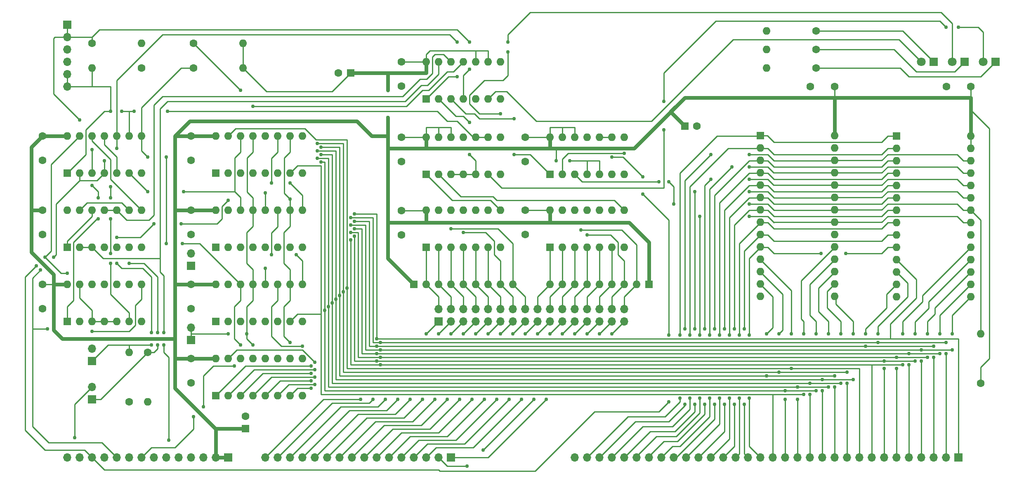
<source format=gtl>
G04 #@! TF.GenerationSoftware,KiCad,Pcbnew,(7.0.0)*
G04 #@! TF.CreationDate,2024-03-28T20:27:28-07:00*
G04 #@! TF.ProjectId,rom_counter,726f6d5f-636f-4756-9e74-65722e6b6963,rev?*
G04 #@! TF.SameCoordinates,Original*
G04 #@! TF.FileFunction,Copper,L1,Top*
G04 #@! TF.FilePolarity,Positive*
%FSLAX46Y46*%
G04 Gerber Fmt 4.6, Leading zero omitted, Abs format (unit mm)*
G04 Created by KiCad (PCBNEW (7.0.0)) date 2024-03-28 20:27:28*
%MOMM*%
%LPD*%
G01*
G04 APERTURE LIST*
G04 #@! TA.AperFunction,ComponentPad*
%ADD10R,1.600000X1.600000*%
G04 #@! TD*
G04 #@! TA.AperFunction,ComponentPad*
%ADD11O,1.600000X1.600000*%
G04 #@! TD*
G04 #@! TA.AperFunction,ComponentPad*
%ADD12R,1.700000X1.700000*%
G04 #@! TD*
G04 #@! TA.AperFunction,ComponentPad*
%ADD13O,1.700000X1.700000*%
G04 #@! TD*
G04 #@! TA.AperFunction,ComponentPad*
%ADD14C,1.600000*%
G04 #@! TD*
G04 #@! TA.AperFunction,ComponentPad*
%ADD15R,1.800000X1.800000*%
G04 #@! TD*
G04 #@! TA.AperFunction,ComponentPad*
%ADD16C,1.800000*%
G04 #@! TD*
G04 #@! TA.AperFunction,ViaPad*
%ADD17C,0.762000*%
G04 #@! TD*
G04 #@! TA.AperFunction,Conductor*
%ADD18C,0.762000*%
G04 #@! TD*
G04 #@! TA.AperFunction,Conductor*
%ADD19C,0.254000*%
G04 #@! TD*
G04 APERTURE END LIST*
D10*
X60959999Y-116839999D03*
D11*
X63499999Y-116839999D03*
X66039999Y-116839999D03*
X68579999Y-116839999D03*
X71119999Y-116839999D03*
X73659999Y-116839999D03*
X76199999Y-116839999D03*
X76199999Y-109219999D03*
X73659999Y-109219999D03*
X71119999Y-109219999D03*
X68579999Y-109219999D03*
X66039999Y-109219999D03*
X63499999Y-109219999D03*
X60959999Y-109219999D03*
D12*
X139699999Y-144779999D03*
D13*
X137159999Y-144779999D03*
X134619999Y-144779999D03*
X132079999Y-144779999D03*
X129539999Y-144779999D03*
X126999999Y-144779999D03*
X124459999Y-144779999D03*
X121919999Y-144779999D03*
X119379999Y-144779999D03*
X116839999Y-144779999D03*
X114299999Y-144779999D03*
X111759999Y-144779999D03*
X109219999Y-144779999D03*
X106679999Y-144779999D03*
X104139999Y-144779999D03*
X101599999Y-144779999D03*
D10*
X119125999Y-65785999D03*
D14*
X116626000Y-65786000D03*
D10*
X180339999Y-109219999D03*
D11*
X177799999Y-109219999D03*
X175259999Y-109219999D03*
X172719999Y-109219999D03*
X170179999Y-109219999D03*
X167639999Y-109219999D03*
X165099999Y-109219999D03*
X162559999Y-109219999D03*
X160019999Y-109219999D03*
D14*
X248412000Y-129540000D03*
D11*
X248411999Y-119379999D03*
D12*
X137159999Y-116839999D03*
D13*
X137159999Y-114299999D03*
X139699999Y-116839999D03*
X139699999Y-114299999D03*
X142239999Y-116839999D03*
X142239999Y-114299999D03*
X144779999Y-116839999D03*
X144779999Y-114299999D03*
X147319999Y-116839999D03*
X147319999Y-114299999D03*
X149859999Y-116839999D03*
X149859999Y-114299999D03*
X152399999Y-116839999D03*
X152399999Y-114299999D03*
X154939999Y-116839999D03*
X154939999Y-114299999D03*
X157479999Y-116839999D03*
X157479999Y-114299999D03*
X160019999Y-116839999D03*
X160019999Y-114299999D03*
X162559999Y-116839999D03*
X162559999Y-114299999D03*
X165099999Y-116839999D03*
X165099999Y-114299999D03*
X167639999Y-116839999D03*
X167639999Y-114299999D03*
X170179999Y-116839999D03*
X170179999Y-114299999D03*
X172719999Y-116839999D03*
X172719999Y-114299999D03*
X175259999Y-116839999D03*
X175259999Y-114299999D03*
D10*
X231139999Y-78739999D03*
D11*
X231139999Y-81279999D03*
X231139999Y-83819999D03*
X231139999Y-86359999D03*
X231139999Y-88899999D03*
X231139999Y-91439999D03*
X231139999Y-93979999D03*
X231139999Y-96519999D03*
X231139999Y-99059999D03*
X231139999Y-101599999D03*
X231139999Y-104139999D03*
X231139999Y-106679999D03*
X231139999Y-109219999D03*
X231139999Y-111759999D03*
X246379999Y-111759999D03*
X246379999Y-109219999D03*
X246379999Y-106679999D03*
X246379999Y-104139999D03*
X246379999Y-101599999D03*
X246379999Y-99059999D03*
X246379999Y-96519999D03*
X246379999Y-93979999D03*
X246379999Y-91439999D03*
X246379999Y-88899999D03*
X246379999Y-86359999D03*
X246379999Y-83819999D03*
X246379999Y-81279999D03*
X246379999Y-78739999D03*
D12*
X86359999Y-120649999D03*
D13*
X86359999Y-118109999D03*
D14*
X86360000Y-129460000D03*
X86360000Y-124460000D03*
D12*
X66039999Y-132841999D03*
D13*
X66039999Y-130301999D03*
D12*
X86359999Y-105409999D03*
D13*
X86359999Y-102869999D03*
D10*
X160019999Y-86613999D03*
D11*
X162559999Y-86613999D03*
X165099999Y-86613999D03*
X167639999Y-86613999D03*
X170179999Y-86613999D03*
X172719999Y-86613999D03*
X175259999Y-86613999D03*
X175259999Y-78993999D03*
X172719999Y-78993999D03*
X170179999Y-78993999D03*
X167639999Y-78993999D03*
X165099999Y-78993999D03*
X162559999Y-78993999D03*
X160019999Y-78993999D03*
D10*
X134619999Y-86613999D03*
D11*
X137159999Y-86613999D03*
X139699999Y-86613999D03*
X142239999Y-86613999D03*
X144779999Y-86613999D03*
X147319999Y-86613999D03*
X149859999Y-86613999D03*
X149859999Y-78993999D03*
X147319999Y-78993999D03*
X144779999Y-78993999D03*
X142239999Y-78993999D03*
X139699999Y-78993999D03*
X137159999Y-78993999D03*
X134619999Y-78993999D03*
D14*
X154940000Y-83994000D03*
X154940000Y-78994000D03*
X55880000Y-83740000D03*
X55880000Y-78740000D03*
X213440000Y-68580000D03*
X218440000Y-68580000D03*
X73660000Y-133350000D03*
D11*
X73659999Y-123189999D03*
D15*
X245109999Y-63499999D03*
D16*
X242570000Y-63500000D03*
D10*
X91439999Y-101599999D03*
D11*
X93979999Y-101599999D03*
X96519999Y-101599999D03*
X99059999Y-101599999D03*
X101599999Y-101599999D03*
X104139999Y-101599999D03*
X106679999Y-101599999D03*
X109219999Y-101599999D03*
X109219999Y-93979999D03*
X106679999Y-93979999D03*
X104139999Y-93979999D03*
X101599999Y-93979999D03*
X99059999Y-93979999D03*
X96519999Y-93979999D03*
X93979999Y-93979999D03*
X91439999Y-93979999D03*
D10*
X160019999Y-101599999D03*
D11*
X162559999Y-101599999D03*
X165099999Y-101599999D03*
X167639999Y-101599999D03*
X170179999Y-101599999D03*
X172719999Y-101599999D03*
X175259999Y-101599999D03*
X175259999Y-93979999D03*
X172719999Y-93979999D03*
X170179999Y-93979999D03*
X167639999Y-93979999D03*
X165099999Y-93979999D03*
X162559999Y-93979999D03*
X160019999Y-93979999D03*
D14*
X86868000Y-64770000D03*
D11*
X97027999Y-64769999D03*
D10*
X60959999Y-86359999D03*
D11*
X63499999Y-86359999D03*
X66039999Y-86359999D03*
X68579999Y-86359999D03*
X71119999Y-86359999D03*
X73659999Y-86359999D03*
X76199999Y-86359999D03*
X76199999Y-78739999D03*
X73659999Y-78739999D03*
X71119999Y-78739999D03*
X68579999Y-78739999D03*
X66039999Y-78739999D03*
X63499999Y-78739999D03*
X60959999Y-78739999D03*
D10*
X60959999Y-101599999D03*
D11*
X63499999Y-101599999D03*
X66039999Y-101599999D03*
X68579999Y-101599999D03*
X71119999Y-101599999D03*
X73659999Y-101599999D03*
X76199999Y-101599999D03*
X76199999Y-93979999D03*
X73659999Y-93979999D03*
X71119999Y-93979999D03*
X68579999Y-93979999D03*
X66039999Y-93979999D03*
X63499999Y-93979999D03*
X60959999Y-93979999D03*
D10*
X91439999Y-116839999D03*
D11*
X93979999Y-116839999D03*
X96519999Y-116839999D03*
X99059999Y-116839999D03*
X101599999Y-116839999D03*
X104139999Y-116839999D03*
X106679999Y-116839999D03*
X109219999Y-116839999D03*
X109219999Y-109219999D03*
X106679999Y-109219999D03*
X104139999Y-109219999D03*
X101599999Y-109219999D03*
X99059999Y-109219999D03*
X96519999Y-109219999D03*
X93979999Y-109219999D03*
X91439999Y-109219999D03*
D14*
X129540000Y-68500000D03*
X129540000Y-63500000D03*
X55880000Y-98980000D03*
X55880000Y-93980000D03*
D10*
X97535999Y-138850379D03*
D14*
X97536000Y-136350380D03*
D15*
X251459999Y-63499999D03*
D16*
X248920000Y-63500000D03*
D14*
X214630000Y-64770000D03*
D11*
X204469999Y-64769999D03*
D10*
X91439999Y-132079999D03*
D11*
X93979999Y-132079999D03*
X96519999Y-132079999D03*
X99059999Y-132079999D03*
X101599999Y-132079999D03*
X104139999Y-132079999D03*
X106679999Y-132079999D03*
X109219999Y-132079999D03*
X109219999Y-124459999D03*
X106679999Y-124459999D03*
X104139999Y-124459999D03*
X101599999Y-124459999D03*
X99059999Y-124459999D03*
X96519999Y-124459999D03*
X93979999Y-124459999D03*
X91439999Y-124459999D03*
D14*
X154940000Y-98980000D03*
X154940000Y-93980000D03*
X86868000Y-59690000D03*
D11*
X97027999Y-59689999D03*
D12*
X60959999Y-55879999D03*
D13*
X60959999Y-58419999D03*
X60959999Y-60959999D03*
X60959999Y-63499999D03*
X60959999Y-66039999D03*
X60959999Y-68579999D03*
D10*
X134619999Y-71119999D03*
D11*
X137159999Y-71119999D03*
X139699999Y-71119999D03*
X142239999Y-71119999D03*
X144779999Y-71119999D03*
X147319999Y-71119999D03*
X149859999Y-71119999D03*
X149859999Y-63499999D03*
X147319999Y-63499999D03*
X144779999Y-63499999D03*
X142239999Y-63499999D03*
X139699999Y-63499999D03*
X137159999Y-63499999D03*
X134619999Y-63499999D03*
D14*
X77470000Y-123190000D03*
D11*
X77469999Y-133349999D03*
D14*
X86360000Y-98980000D03*
X86360000Y-93980000D03*
X76200000Y-64770000D03*
D11*
X66039999Y-64769999D03*
D14*
X66040000Y-59690000D03*
D11*
X76199999Y-59689999D03*
D12*
X66039999Y-124967999D03*
D13*
X66039999Y-122427999D03*
D14*
X129540000Y-78994000D03*
X129540000Y-83994000D03*
X55880000Y-114220000D03*
X55880000Y-109220000D03*
D10*
X187705999Y-76707999D03*
D14*
X190206000Y-76708000D03*
X129540000Y-94060000D03*
X129540000Y-99060000D03*
D15*
X238759999Y-63499999D03*
D16*
X236220000Y-63500000D03*
D14*
X214630000Y-57150000D03*
D11*
X204469999Y-57149999D03*
D14*
X214630000Y-60960000D03*
D11*
X204469999Y-60959999D03*
D10*
X134619999Y-101599999D03*
D11*
X137159999Y-101599999D03*
X139699999Y-101599999D03*
X142239999Y-101599999D03*
X144779999Y-101599999D03*
X147319999Y-101599999D03*
X149859999Y-101599999D03*
X149859999Y-93979999D03*
X147319999Y-93979999D03*
X144779999Y-93979999D03*
X142239999Y-93979999D03*
X139699999Y-93979999D03*
X137159999Y-93979999D03*
X134619999Y-93979999D03*
D10*
X91439999Y-86359999D03*
D11*
X93979999Y-86359999D03*
X96519999Y-86359999D03*
X99059999Y-86359999D03*
X101599999Y-86359999D03*
X104139999Y-86359999D03*
X106679999Y-86359999D03*
X109219999Y-86359999D03*
X109219999Y-78739999D03*
X106679999Y-78739999D03*
X104139999Y-78739999D03*
X101599999Y-78739999D03*
X99059999Y-78739999D03*
X96519999Y-78739999D03*
X93979999Y-78739999D03*
X91439999Y-78739999D03*
D12*
X243839999Y-144779999D03*
D13*
X241299999Y-144779999D03*
X238759999Y-144779999D03*
X236219999Y-144779999D03*
X233679999Y-144779999D03*
X231139999Y-144779999D03*
X228599999Y-144779999D03*
X226059999Y-144779999D03*
X223519999Y-144779999D03*
X220979999Y-144779999D03*
X218439999Y-144779999D03*
X215899999Y-144779999D03*
X213359999Y-144779999D03*
X210819999Y-144779999D03*
X208279999Y-144779999D03*
X205739999Y-144779999D03*
X203199999Y-144779999D03*
X200659999Y-144779999D03*
X198119999Y-144779999D03*
X195579999Y-144779999D03*
X193039999Y-144779999D03*
X190499999Y-144779999D03*
X187959999Y-144779999D03*
X185419999Y-144779999D03*
X182879999Y-144779999D03*
X180339999Y-144779999D03*
X177799999Y-144779999D03*
X175259999Y-144779999D03*
X172719999Y-144779999D03*
X170179999Y-144779999D03*
X167639999Y-144779999D03*
X165099999Y-144779999D03*
D10*
X132079999Y-109219999D03*
D11*
X134619999Y-109219999D03*
X137159999Y-109219999D03*
X139699999Y-109219999D03*
X142239999Y-109219999D03*
X144779999Y-109219999D03*
X147319999Y-109219999D03*
X149859999Y-109219999D03*
X152399999Y-109219999D03*
D12*
X93979999Y-144779999D03*
D13*
X91439999Y-144779999D03*
X88899999Y-144779999D03*
X86359999Y-144779999D03*
X83819999Y-144779999D03*
X81279999Y-144779999D03*
X78739999Y-144779999D03*
X76199999Y-144779999D03*
X73659999Y-144779999D03*
X71119999Y-144779999D03*
X68579999Y-144779999D03*
X66039999Y-144779999D03*
X63499999Y-144779999D03*
X60959999Y-144779999D03*
D14*
X86360000Y-83740000D03*
X86360000Y-78740000D03*
X86360000Y-114220000D03*
X86360000Y-109220000D03*
X241380000Y-68580000D03*
X246380000Y-68580000D03*
D10*
X203194999Y-78724999D03*
D11*
X203194999Y-81264999D03*
X203194999Y-83804999D03*
X203194999Y-86344999D03*
X203194999Y-88884999D03*
X203194999Y-91424999D03*
X203194999Y-93964999D03*
X203194999Y-96504999D03*
X203194999Y-99044999D03*
X203194999Y-101584999D03*
X203194999Y-104124999D03*
X203194999Y-106664999D03*
X203194999Y-109204999D03*
X203194999Y-111744999D03*
X218434999Y-111744999D03*
X218434999Y-109204999D03*
X218434999Y-106664999D03*
X218434999Y-104124999D03*
X218434999Y-101584999D03*
X218434999Y-99044999D03*
X218434999Y-96504999D03*
X218434999Y-93964999D03*
X218434999Y-91424999D03*
X218434999Y-88884999D03*
X218434999Y-86344999D03*
X218434999Y-83804999D03*
X218434999Y-81264999D03*
X218434999Y-78724999D03*
D17*
X161290000Y-83820000D03*
X126746000Y-76454000D03*
X164084000Y-83820000D03*
X126746000Y-67818000D03*
X126746000Y-69342000D03*
X126746000Y-74930000D03*
X101600000Y-90424000D03*
X101600000Y-105918000D03*
X124460000Y-120396000D03*
X111760000Y-125222000D03*
X119888000Y-94742000D03*
X241300000Y-121158000D03*
X227330000Y-121158000D03*
X227330000Y-119380000D03*
X110998000Y-125984000D03*
X241300000Y-123444000D03*
X119126000Y-95504000D03*
X125222000Y-121158000D03*
X224790000Y-121920000D03*
X238760000Y-124206000D03*
X111760000Y-126746000D03*
X224790000Y-119380000D03*
X119888000Y-96266000D03*
X124460000Y-121920000D03*
X238760000Y-121920000D03*
X236220000Y-122682000D03*
X242570000Y-122682000D03*
X119126000Y-97028000D03*
X110998000Y-127508000D03*
X125222000Y-122682000D03*
X236220000Y-124968000D03*
X242570000Y-119380000D03*
X119888000Y-97790000D03*
X240030000Y-123444000D03*
X124460000Y-123444000D03*
X233680000Y-123444000D03*
X233680000Y-125730000D03*
X240030000Y-119380000D03*
X111760000Y-128270000D03*
X119126000Y-98552000D03*
X231140000Y-126492000D03*
X237490000Y-119380000D03*
X231140000Y-124206000D03*
X237490000Y-124206000D03*
X125222000Y-124206000D03*
X110998000Y-129032000D03*
X228600000Y-124968000D03*
X124460000Y-124968000D03*
X234950000Y-124968000D03*
X111760000Y-129794000D03*
X119888000Y-99314000D03*
X228600000Y-126492000D03*
X234950000Y-119380000D03*
X110998000Y-130556000D03*
X119126000Y-100076000D03*
X125222000Y-125730000D03*
X232410000Y-119380000D03*
X232410000Y-125730000D03*
X209550000Y-126492000D03*
X118364000Y-109982000D03*
X209550000Y-119380000D03*
X207010000Y-119380000D03*
X220980000Y-129540000D03*
X117602000Y-110744000D03*
X112268000Y-80264000D03*
X207010000Y-127254000D03*
X220980000Y-127254000D03*
X204470000Y-128016000D03*
X204470000Y-119380000D03*
X116840000Y-111506000D03*
X113030000Y-81026000D03*
X218440000Y-128016000D03*
X218440000Y-130302000D03*
X222250000Y-119380000D03*
X215900000Y-131064000D03*
X215900000Y-128778000D03*
X112268000Y-81788000D03*
X116078000Y-112268000D03*
X222250000Y-128778000D03*
X213360000Y-129540000D03*
X219710000Y-129540000D03*
X113030000Y-82550000D03*
X213360000Y-131826000D03*
X219710000Y-119380000D03*
X115316000Y-113030000D03*
X112268000Y-83312000D03*
X217170000Y-119380000D03*
X217170000Y-130302000D03*
X210820000Y-130302000D03*
X210820000Y-132842000D03*
X114554000Y-113792000D03*
X113030000Y-84074000D03*
X208280000Y-131064000D03*
X214630000Y-119380000D03*
X113792000Y-114554000D03*
X208280000Y-132842000D03*
X214630000Y-131064000D03*
X212090000Y-131826000D03*
X212090000Y-119380000D03*
X200914000Y-132588000D03*
X215646000Y-102870000D03*
X220726000Y-102870000D03*
X200914000Y-119634000D03*
X199898000Y-118364000D03*
X199898000Y-133858000D03*
X198882000Y-132588000D03*
X198882000Y-119634000D03*
X197866000Y-118364000D03*
X197866000Y-133858000D03*
X196850000Y-119634000D03*
X196850000Y-132588000D03*
X195834000Y-133858000D03*
X195834000Y-118364000D03*
X194818000Y-132588000D03*
X194818000Y-119634000D03*
X193802000Y-118364000D03*
X193802000Y-133858000D03*
X197358000Y-85090000D03*
X200914000Y-85090000D03*
X192786000Y-119634000D03*
X192786000Y-132588000D03*
X191770000Y-118364000D03*
X191770000Y-133858000D03*
X193040000Y-87630000D03*
X200914000Y-87630000D03*
X190754000Y-132588000D03*
X200914000Y-95250000D03*
X190754000Y-119634000D03*
X190754000Y-95250000D03*
X200914000Y-90170000D03*
X189738000Y-118364000D03*
X189738000Y-133858000D03*
X189738000Y-90170000D03*
X188722000Y-132588000D03*
X188722000Y-119634000D03*
X200914000Y-82550000D03*
X187706000Y-118364000D03*
X187706500Y-133858000D03*
X193040000Y-82550000D03*
X186690000Y-132588000D03*
X186690000Y-119634000D03*
X151384000Y-59436000D03*
X151384000Y-61468000D03*
X149860000Y-74168000D03*
X241300000Y-56388000D03*
X183388000Y-71628000D03*
X243840000Y-56388000D03*
X183388000Y-77470000D03*
X81788000Y-141224000D03*
X80772000Y-119126000D03*
X80772000Y-121666000D03*
X172720000Y-119380000D03*
X159258000Y-132842000D03*
X156718000Y-132842000D03*
X170180000Y-119380000D03*
X146304000Y-143256000D03*
X143002000Y-146558000D03*
X154178000Y-132842000D03*
X167640000Y-119380000D03*
X165100000Y-119380000D03*
X151638000Y-132842000D03*
X149098000Y-132842000D03*
X162560000Y-119380000D03*
X146558000Y-132842000D03*
X160020000Y-119380000D03*
X157480000Y-119380000D03*
X144018000Y-132842000D03*
X141478000Y-132842000D03*
X154940000Y-119380000D03*
X138938000Y-132842000D03*
X152400000Y-119380000D03*
X149860000Y-119380000D03*
X136398000Y-132842000D03*
X133858000Y-132842000D03*
X147320000Y-119380000D03*
X131318000Y-132842000D03*
X144780000Y-119380000D03*
X128778000Y-132842000D03*
X142240000Y-119380000D03*
X139700000Y-119380000D03*
X126238000Y-132842000D03*
X137160000Y-119380000D03*
X123698000Y-132842000D03*
X121158000Y-132842000D03*
X134620000Y-119380000D03*
X95250000Y-125984000D03*
X86868000Y-136398000D03*
X88900000Y-134366000D03*
X62484000Y-140716000D03*
X142240000Y-98552000D03*
X139700000Y-97790000D03*
X167640000Y-99060000D03*
X166370000Y-98044000D03*
X56388000Y-103632000D03*
X179070000Y-87122000D03*
X54610000Y-105410000D03*
X60960000Y-106934000D03*
X172720000Y-83058000D03*
X184404000Y-119634000D03*
X184404000Y-133350000D03*
X179070000Y-90678000D03*
X67310000Y-91440000D03*
X63500000Y-75438000D03*
X66040000Y-81534000D03*
X66040000Y-88900000D03*
X67310000Y-95758000D03*
X143510000Y-59436000D03*
X143510000Y-65024000D03*
X81534000Y-73660000D03*
X74676000Y-73660000D03*
X72136000Y-73660000D03*
X69850000Y-73660000D03*
X84328000Y-96774000D03*
X106680000Y-121158000D03*
X93980000Y-91948000D03*
X78740000Y-96774000D03*
X71120000Y-99568000D03*
X106680000Y-91694000D03*
X81280000Y-100838000D03*
X81280000Y-83058000D03*
X84582000Y-100838000D03*
X77470000Y-83058000D03*
X96520000Y-121666000D03*
X96520000Y-69342000D03*
X84836000Y-90170000D03*
X77470000Y-90170000D03*
X93980000Y-119380000D03*
X99060000Y-121666000D03*
X97790000Y-119380000D03*
X99060000Y-72644000D03*
X175260000Y-82296000D03*
X109220000Y-121920000D03*
X79502000Y-121666000D03*
X79502000Y-119126000D03*
X73660000Y-104902000D03*
X68580000Y-83820000D03*
X140970000Y-59436000D03*
X55499000Y-106299000D03*
X140970000Y-66548000D03*
X56896000Y-118364000D03*
X71120000Y-81280000D03*
X58166000Y-103632000D03*
X102870000Y-103124000D03*
X107950000Y-103124000D03*
X78232000Y-119126000D03*
X78232000Y-121666000D03*
X71120000Y-104902000D03*
X184404000Y-88138000D03*
X182372000Y-88138000D03*
X200914000Y-92710000D03*
X185420000Y-92710000D03*
X143510000Y-82550000D03*
X143510000Y-75946000D03*
X102870000Y-88392000D03*
X106680000Y-88392000D03*
X69850000Y-95758000D03*
X69850000Y-91440000D03*
X69850000Y-102870000D03*
X69850000Y-89154000D03*
X69850000Y-104902000D03*
X66040000Y-118872000D03*
X152654000Y-75184000D03*
X152654000Y-82550000D03*
D18*
X160020000Y-81280000D02*
X160020000Y-78994000D01*
D19*
X134620000Y-76962000D02*
X137160000Y-76962000D01*
X55880000Y-109220000D02*
X58166000Y-109220000D01*
D18*
X91527620Y-138850380D02*
X97536000Y-138850380D01*
X126746000Y-65786000D02*
X134620000Y-65786000D01*
D19*
X170180000Y-86614000D02*
X170180000Y-83820000D01*
X250190000Y-124460000D02*
X250190000Y-77216000D01*
X101854000Y-69596000D02*
X115316000Y-69596000D01*
D18*
X83058000Y-93980000D02*
X91440000Y-93980000D01*
D19*
X147320000Y-61214000D02*
X147320000Y-63500000D01*
D18*
X83058000Y-109220000D02*
X83058000Y-105410000D01*
X53594000Y-102616000D02*
X58166000Y-107188000D01*
X134620000Y-81280000D02*
X160020000Y-81280000D01*
X184785000Y-73787000D02*
X187706000Y-76708000D01*
D19*
X250190000Y-77216000D02*
X246380000Y-73406000D01*
D18*
X246380000Y-73406000D02*
X246380000Y-78740000D01*
X86106000Y-75692000D02*
X120396000Y-75692000D01*
X59944000Y-120396000D02*
X83058000Y-120396000D01*
D19*
X115316000Y-69596000D02*
X119126000Y-65786000D01*
X134540000Y-94060000D02*
X134620000Y-93980000D01*
X154940000Y-78994000D02*
X160020000Y-78994000D01*
X137160000Y-78994000D02*
X137160000Y-76962000D01*
D18*
X55880000Y-78740000D02*
X60960000Y-78740000D01*
X53594000Y-93980000D02*
X55880000Y-93980000D01*
X83058000Y-109220000D02*
X91440000Y-109220000D01*
X134620000Y-81280000D02*
X134620000Y-80010000D01*
X123444000Y-78740000D02*
X126746000Y-78740000D01*
X91440000Y-144780000D02*
X91440000Y-138938000D01*
X160020000Y-96520000D02*
X176276000Y-96520000D01*
X134620000Y-80010000D02*
X134620000Y-78994000D01*
X53594000Y-93980000D02*
X53594000Y-102616000D01*
D19*
X218440000Y-68580000D02*
X218440000Y-70866000D01*
D18*
X83058000Y-78740000D02*
X91440000Y-78740000D01*
D19*
X246380000Y-81280000D02*
X246380000Y-78740000D01*
D18*
X58166000Y-109220000D02*
X58166000Y-118618000D01*
X177292000Y-81280000D02*
X187706000Y-70866000D01*
X120396000Y-75692000D02*
X123444000Y-78740000D01*
D19*
X97028000Y-64770000D02*
X101854000Y-69596000D01*
X134620000Y-78994000D02*
X134620000Y-76962000D01*
X160020000Y-78994000D02*
X160020000Y-76962000D01*
X129540000Y-78994000D02*
X134620000Y-78994000D01*
D18*
X180340000Y-100584000D02*
X180340000Y-109220000D01*
X126746000Y-67818000D02*
X126746000Y-65786000D01*
X126746000Y-96520000D02*
X134620000Y-96520000D01*
D19*
X134620000Y-63500000D02*
X134620000Y-61976000D01*
D18*
X83058000Y-130556000D02*
X83058000Y-124460000D01*
D19*
X248412000Y-129540000D02*
X248412000Y-126238000D01*
X137160000Y-76962000D02*
X139700000Y-76962000D01*
D18*
X126746000Y-76454000D02*
X126746000Y-103886000D01*
D19*
X129540000Y-63500000D02*
X134620000Y-63500000D01*
X170180000Y-83820000D02*
X167640000Y-83820000D01*
D18*
X87757000Y-135255000D02*
X83058000Y-130556000D01*
X126746000Y-65786000D02*
X119126000Y-65786000D01*
X246380000Y-70866000D02*
X246380000Y-73406000D01*
D19*
X129540000Y-94060000D02*
X134540000Y-94060000D01*
X167640000Y-83820000D02*
X167640000Y-86614000D01*
D18*
X160020000Y-96520000D02*
X160020000Y-93980000D01*
X58166000Y-109220000D02*
X60960000Y-109220000D01*
X127000000Y-81280000D02*
X134620000Y-81280000D01*
X187706000Y-70866000D02*
X184785000Y-73787000D01*
X160020000Y-81280000D02*
X161290000Y-81280000D01*
D19*
X246380000Y-68580000D02*
X246380000Y-70866000D01*
D18*
X83058000Y-124460000D02*
X83058000Y-120396000D01*
X187706000Y-70866000D02*
X193040000Y-70866000D01*
D19*
X144780000Y-63500000D02*
X144780000Y-61214000D01*
X165100000Y-76962000D02*
X165100000Y-78994000D01*
X162560000Y-78994000D02*
X162560000Y-76962000D01*
X154940000Y-93980000D02*
X160020000Y-93980000D01*
X162560000Y-76962000D02*
X165100000Y-76962000D01*
D18*
X91440000Y-138938000D02*
X87757000Y-135255000D01*
D19*
X248412000Y-126238000D02*
X250190000Y-124460000D01*
D18*
X161290000Y-81280000D02*
X177292000Y-81280000D01*
D19*
X135382000Y-61214000D02*
X144780000Y-61214000D01*
X139700000Y-76962000D02*
X139700000Y-78994000D01*
D18*
X218440000Y-70866000D02*
X246380000Y-70866000D01*
D19*
X144780000Y-61214000D02*
X147320000Y-61214000D01*
D18*
X83058000Y-124460000D02*
X91440000Y-124460000D01*
X218440000Y-70866000D02*
X218440000Y-78740000D01*
X126746000Y-103886000D02*
X132080000Y-109220000D01*
X53594000Y-93980000D02*
X53594000Y-81026000D01*
X83058000Y-78740000D02*
X86106000Y-75692000D01*
X83058000Y-93980000D02*
X83058000Y-78740000D01*
X83058000Y-105410000D02*
X83058000Y-93980000D01*
X134620000Y-65786000D02*
X134620000Y-63500000D01*
X134620000Y-96520000D02*
X160020000Y-96520000D01*
D19*
X167640000Y-83820000D02*
X164084000Y-83820000D01*
X134620000Y-61976000D02*
X135382000Y-61214000D01*
X161290000Y-83820000D02*
X161290000Y-81280000D01*
D18*
X91440000Y-138938000D02*
X91527620Y-138850380D01*
X91440000Y-144780000D02*
X93980000Y-144780000D01*
X53594000Y-81026000D02*
X55880000Y-78740000D01*
X126746000Y-69342000D02*
X126746000Y-67818000D01*
X176276000Y-96520000D02*
X180340000Y-100584000D01*
D19*
X160020000Y-76962000D02*
X162560000Y-76962000D01*
D18*
X58166000Y-118618000D02*
X59944000Y-120396000D01*
X134620000Y-96520000D02*
X134620000Y-93980000D01*
X193040000Y-70866000D02*
X218440000Y-70866000D01*
X83058000Y-120396000D02*
X83058000Y-109220000D01*
X126746000Y-76454000D02*
X126746000Y-74930000D01*
X58166000Y-107188000D02*
X58166000Y-109220000D01*
D19*
X97028000Y-59690000D02*
X97028000Y-64770000D01*
X101600000Y-105918000D02*
X101600000Y-109220000D01*
X101600000Y-90424000D02*
X101600000Y-93980000D01*
X243840000Y-120396000D02*
X243840000Y-144780000D01*
X124460000Y-120396000D02*
X124460000Y-94742000D01*
X229870000Y-117348000D02*
X235204000Y-112014000D01*
X235204000Y-112014000D02*
X235204000Y-108204000D01*
X229870000Y-120396000D02*
X229870000Y-117348000D01*
X109220000Y-122682000D02*
X95758000Y-122682000D01*
X235204000Y-108204000D02*
X231140000Y-104140000D01*
X95758000Y-122682000D02*
X93980000Y-124460000D01*
X111760000Y-125222000D02*
X109220000Y-122682000D01*
X124460000Y-120396000D02*
X243840000Y-120396000D01*
X124460000Y-94742000D02*
X119888000Y-94742000D01*
X227330000Y-119380000D02*
X227330000Y-117856000D01*
X207010000Y-121158000D02*
X125222000Y-121158000D01*
X233426000Y-108966000D02*
X231140000Y-106680000D01*
X227330000Y-117856000D02*
X233426000Y-111760000D01*
X91440000Y-132080000D02*
X97536000Y-125984000D01*
X123698000Y-121158000D02*
X123698000Y-95504000D01*
X97536000Y-125984000D02*
X110998000Y-125984000D01*
X123698000Y-95504000D02*
X119126000Y-95504000D01*
X125222000Y-121158000D02*
X123698000Y-121158000D01*
X227330000Y-121158000D02*
X207010000Y-121158000D01*
X241300000Y-121158000D02*
X227330000Y-121158000D01*
X241300000Y-144780000D02*
X241300000Y-123444000D01*
X233426000Y-111760000D02*
X233426000Y-108966000D01*
X238760000Y-121920000D02*
X204470000Y-121920000D01*
X122936000Y-96266000D02*
X119888000Y-96266000D01*
X229108000Y-111252000D02*
X231140000Y-109220000D01*
X224790000Y-119380000D02*
X224790000Y-118364000D01*
X124460000Y-121920000D02*
X122936000Y-121920000D01*
X224790000Y-118364000D02*
X229108000Y-114046000D01*
X93980000Y-132080000D02*
X99314000Y-126746000D01*
X238760000Y-144780000D02*
X238760000Y-124206000D01*
X204470000Y-121920000D02*
X124460000Y-121920000D01*
X99314000Y-126746000D02*
X111760000Y-126746000D01*
X122936000Y-121920000D02*
X122936000Y-96266000D01*
X229108000Y-114046000D02*
X229108000Y-111252000D01*
X96520000Y-132080000D02*
X101092000Y-127508000D01*
X101092000Y-127508000D02*
X110998000Y-127508000D01*
X236220000Y-144780000D02*
X236220000Y-124968000D01*
X242570000Y-115570000D02*
X242570000Y-119380000D01*
X122174000Y-122682000D02*
X122174000Y-97028000D01*
X236220000Y-122682000D02*
X125222000Y-122682000D01*
X242570000Y-122682000D02*
X236220000Y-122682000D01*
X122174000Y-97028000D02*
X119126000Y-97028000D01*
X125222000Y-122682000D02*
X122174000Y-122682000D01*
X246380000Y-111760000D02*
X242570000Y-115570000D01*
X240030000Y-123444000D02*
X233680000Y-123444000D01*
X240030000Y-115570000D02*
X246380000Y-109220000D01*
X99060000Y-132080000D02*
X102870000Y-128270000D01*
X121412000Y-97790000D02*
X119888000Y-97790000D01*
X233680000Y-144780000D02*
X233680000Y-125730000D01*
X124460000Y-123444000D02*
X121412000Y-123444000D01*
X233680000Y-123444000D02*
X124460000Y-123444000D01*
X102870000Y-128270000D02*
X111760000Y-128270000D01*
X121412000Y-123444000D02*
X121412000Y-97790000D01*
X240030000Y-119380000D02*
X240030000Y-115570000D01*
X231140000Y-124206000D02*
X237490000Y-124206000D01*
X231140000Y-144780000D02*
X231140000Y-126492000D01*
X120650000Y-124206000D02*
X120650000Y-98552000D01*
X101600000Y-132080000D02*
X104648000Y-129032000D01*
X239014000Y-114046000D02*
X246380000Y-106680000D01*
X125222000Y-124206000D02*
X231140000Y-124206000D01*
X237490000Y-119380000D02*
X237490000Y-116840000D01*
X104648000Y-129032000D02*
X110998000Y-129032000D01*
X237490000Y-116840000D02*
X239014000Y-115316000D01*
X120650000Y-98552000D02*
X119126000Y-98552000D01*
X239014000Y-115316000D02*
X239014000Y-114046000D01*
X125222000Y-124206000D02*
X120650000Y-124206000D01*
X237744000Y-112776000D02*
X246380000Y-104140000D01*
X234950000Y-124968000D02*
X228600000Y-124968000D01*
X106426000Y-129794000D02*
X111760000Y-129794000D01*
X214630500Y-124968000D02*
X214630000Y-124968500D01*
X234950000Y-116967000D02*
X237744000Y-114173000D01*
X214630000Y-124968500D02*
X214629500Y-124968000D01*
X237744000Y-114173000D02*
X237744000Y-112776000D01*
X228600000Y-144780000D02*
X228600000Y-126492000D01*
X228600000Y-124968000D02*
X214630500Y-124968000D01*
X119888000Y-124968000D02*
X119888000Y-99314000D01*
X214629500Y-124968000D02*
X124460000Y-124968000D01*
X104140000Y-132080000D02*
X106426000Y-129794000D01*
X124460000Y-124968000D02*
X119888000Y-124968000D01*
X234950000Y-119380000D02*
X234950000Y-116967000D01*
X232410000Y-116840000D02*
X236474000Y-112776000D01*
X232410000Y-119380000D02*
X232410000Y-116840000D01*
X236474000Y-112776000D02*
X236474000Y-111506000D01*
X106680000Y-132080000D02*
X108204000Y-130556000D01*
X226060000Y-144780000D02*
X226060000Y-125730000D01*
X125222000Y-125730000D02*
X119126000Y-125730000D01*
X232410000Y-125730000D02*
X125222000Y-125730000D01*
X108204000Y-130556000D02*
X110998000Y-130556000D01*
X119126000Y-125730000D02*
X119126000Y-100076000D01*
X236474000Y-111506000D02*
X246380000Y-101600000D01*
X223520000Y-126492000D02*
X209550000Y-126492000D01*
X203200000Y-104140000D02*
X209550000Y-110490000D01*
X95504000Y-77216000D02*
X109728000Y-77216000D01*
X112014000Y-79502000D02*
X109728000Y-77216000D01*
X223520000Y-144780000D02*
X223520000Y-126492000D01*
X118364000Y-126492000D02*
X209550000Y-126492000D01*
X118364000Y-79502000D02*
X118364000Y-126492000D01*
X209550000Y-110490000D02*
X209550000Y-119380000D01*
X112014000Y-79502000D02*
X118364000Y-79502000D01*
X93980000Y-78740000D02*
X95504000Y-77216000D01*
X207772000Y-111252000D02*
X203200000Y-106680000D01*
X112268000Y-80264000D02*
X117602000Y-80264000D01*
X207772000Y-118618000D02*
X207772000Y-111252000D01*
X117602000Y-127254000D02*
X117602000Y-110744000D01*
X220980000Y-127254000D02*
X117602000Y-127254000D01*
X220980000Y-144780000D02*
X220980000Y-129540000D01*
X207010000Y-119380000D02*
X207772000Y-118618000D01*
X117602000Y-80264000D02*
X117602000Y-110744000D01*
X205740000Y-118110000D02*
X205740000Y-111760000D01*
X113030000Y-81026000D02*
X116840000Y-81026000D01*
X218440000Y-144780000D02*
X218440000Y-130302000D01*
X116840000Y-111506000D02*
X116840000Y-128016000D01*
X205740000Y-111760000D02*
X203200000Y-109220000D01*
X204470000Y-119380000D02*
X205740000Y-118110000D01*
X116840000Y-128016000D02*
X218440000Y-128016000D01*
X116840000Y-81026000D02*
X116840000Y-111506000D01*
X218694000Y-112014000D02*
X218440000Y-111760000D01*
X215900000Y-128778000D02*
X116078000Y-128778000D01*
X116078000Y-128778000D02*
X116078000Y-112268000D01*
X116078000Y-81788000D02*
X116078000Y-112268000D01*
X218694000Y-111999000D02*
X218440000Y-111745000D01*
X222250000Y-119380000D02*
X222250000Y-116840000D01*
X215900000Y-144780000D02*
X215900000Y-131064000D01*
X112268000Y-81788000D02*
X116078000Y-81788000D01*
X218694000Y-113284000D02*
X218694000Y-112014000D01*
X222250000Y-116840000D02*
X218694000Y-113284000D01*
X215900000Y-128778000D02*
X222250000Y-128778000D01*
X216916000Y-114046000D02*
X216916000Y-110729000D01*
X113030000Y-82550000D02*
X115316000Y-82550000D01*
X115316000Y-113030000D02*
X115316000Y-129540000D01*
X219710000Y-116840000D02*
X216916000Y-114046000D01*
X115316000Y-129540000D02*
X213360000Y-129540000D01*
X219710000Y-119380000D02*
X219710000Y-116840000D01*
X213360000Y-144780000D02*
X213360000Y-131826000D01*
X115316000Y-82550000D02*
X115316000Y-113030000D01*
X213360000Y-129540000D02*
X219710000Y-129540000D01*
X216916000Y-110729000D02*
X218440000Y-109205000D01*
X215138000Y-114808000D02*
X215138000Y-109982000D01*
X215138000Y-109982000D02*
X218440000Y-106680000D01*
X114554000Y-83312000D02*
X114554000Y-113792000D01*
X210820000Y-130302000D02*
X217170000Y-130302000D01*
X114554000Y-130302000D02*
X210820000Y-130302000D01*
X210820000Y-144780000D02*
X210820000Y-132842000D01*
X114554000Y-113792000D02*
X114554000Y-130302000D01*
X217170000Y-116840000D02*
X215138000Y-114808000D01*
X217170000Y-119380000D02*
X217170000Y-116840000D01*
X112268000Y-83312000D02*
X114554000Y-83312000D01*
X214630000Y-116840000D02*
X213360000Y-115570000D01*
X208280000Y-131064000D02*
X214630000Y-131064000D01*
X113792000Y-114554000D02*
X113792000Y-131064000D01*
X113792000Y-84074000D02*
X113792000Y-114554000D01*
X213360000Y-109220000D02*
X218440000Y-104140000D01*
X214630000Y-119380000D02*
X214630000Y-116840000D01*
X113030000Y-84074000D02*
X113792000Y-84074000D01*
X208280000Y-144780000D02*
X208280000Y-132842000D01*
X113792000Y-131064000D02*
X208280000Y-131064000D01*
X213360000Y-115570000D02*
X213360000Y-109220000D01*
X113030000Y-131826000D02*
X113030000Y-129032000D01*
X212090000Y-119380000D02*
X212090000Y-116840000D01*
X108204000Y-115316000D02*
X113030000Y-115316000D01*
X113030000Y-115316000D02*
X113030000Y-84836000D01*
X205740000Y-131826000D02*
X113030000Y-131826000D01*
X106680000Y-116840000D02*
X108204000Y-115316000D01*
X205740000Y-131826000D02*
X212090000Y-131826000D01*
X211582000Y-116332000D02*
X211582000Y-108458000D01*
X113030000Y-125984000D02*
X113030000Y-115316000D01*
X108204000Y-84836000D02*
X113030000Y-84836000D01*
X106680000Y-86360000D02*
X108204000Y-84836000D01*
X212090000Y-116840000D02*
X211582000Y-116332000D01*
X211582000Y-108458000D02*
X218440000Y-101600000D01*
X113030000Y-129032000D02*
X113030000Y-125984000D01*
X205740000Y-144780000D02*
X205740000Y-131826000D01*
X200914000Y-142494000D02*
X203200000Y-144780000D01*
X220726000Y-102870000D02*
X228092000Y-102870000D01*
X200914000Y-119634000D02*
X200914000Y-103886000D01*
X205994000Y-102870000D02*
X215646000Y-102870000D01*
X204724000Y-101600000D02*
X205994000Y-102870000D01*
X203200000Y-101600000D02*
X204724000Y-101600000D01*
X229362000Y-101600000D02*
X231140000Y-101600000D01*
X228092000Y-102870000D02*
X229362000Y-101600000D01*
X200914000Y-103886000D02*
X203200000Y-101600000D01*
X200914000Y-132588000D02*
X200914000Y-142494000D01*
X199898000Y-102362000D02*
X203200000Y-99060000D01*
X229362000Y-99060000D02*
X231140000Y-99060000D01*
X199898000Y-144018000D02*
X200660000Y-144780000D01*
X203200000Y-99060000D02*
X204724000Y-99060000D01*
X205994000Y-100330000D02*
X228092000Y-100330000D01*
X199898000Y-133858000D02*
X199898000Y-144018000D01*
X204724000Y-99060000D02*
X205994000Y-100330000D01*
X199898000Y-118364000D02*
X199898000Y-102362000D01*
X228092000Y-100330000D02*
X229362000Y-99060000D01*
X198882000Y-119634000D02*
X198882000Y-100838000D01*
X205994000Y-97790000D02*
X228092000Y-97790000D01*
X198882000Y-144018000D02*
X198120000Y-144780000D01*
X228092000Y-97790000D02*
X229362000Y-96520000D01*
X204724000Y-96520000D02*
X205994000Y-97790000D01*
X198882000Y-132588000D02*
X198882000Y-144018000D01*
X203200000Y-96520000D02*
X204724000Y-96520000D01*
X229362000Y-96520000D02*
X231140000Y-96520000D01*
X198882000Y-100838000D02*
X203200000Y-96520000D01*
X197866000Y-142494000D02*
X195580000Y-144780000D01*
X229362000Y-93980000D02*
X231140000Y-93980000D01*
X200914000Y-93980000D02*
X204724000Y-93980000D01*
X205994000Y-95250000D02*
X228092000Y-95250000D01*
X197866000Y-133858000D02*
X197866000Y-142494000D01*
X204724000Y-93980000D02*
X205994000Y-95250000D01*
X197866000Y-118364000D02*
X197866000Y-97028000D01*
X228092000Y-95250000D02*
X229362000Y-93980000D01*
X197866000Y-97028000D02*
X200914000Y-93980000D01*
X204724000Y-91440000D02*
X205994000Y-92710000D01*
X205994000Y-92710000D02*
X228092000Y-92710000D01*
X229362000Y-91440000D02*
X231140000Y-91440000D01*
X196850000Y-95504000D02*
X200914000Y-91440000D01*
X200914000Y-91440000D02*
X204724000Y-91440000D01*
X196850000Y-119634000D02*
X196850000Y-95504000D01*
X196850000Y-140970000D02*
X193040000Y-144780000D01*
X228092000Y-92710000D02*
X229362000Y-91440000D01*
X196850000Y-132588000D02*
X196850000Y-140970000D01*
X195834000Y-139446000D02*
X190500000Y-144780000D01*
X229362000Y-88900000D02*
X231140000Y-88900000D01*
X195834000Y-133858000D02*
X195834000Y-139446000D01*
X205994000Y-90170000D02*
X228092000Y-90170000D01*
X228092000Y-90170000D02*
X229362000Y-88900000D01*
X195834000Y-93980000D02*
X200914000Y-88900000D01*
X195834000Y-118364000D02*
X195834000Y-93980000D01*
X200914000Y-88900000D02*
X204724000Y-88900000D01*
X204724000Y-88900000D02*
X205994000Y-90170000D01*
X194818000Y-119634000D02*
X194818000Y-92456000D01*
X204724000Y-86360000D02*
X205994000Y-87630000D01*
X228092000Y-87630000D02*
X229362000Y-86360000D01*
X194818000Y-92456000D02*
X200914000Y-86360000D01*
X194818000Y-132588000D02*
X194818000Y-137922000D01*
X194818000Y-137922000D02*
X187960000Y-144780000D01*
X200914000Y-86360000D02*
X204724000Y-86360000D01*
X205994000Y-87630000D02*
X228092000Y-87630000D01*
X229362000Y-86360000D02*
X231140000Y-86360000D01*
X205994000Y-85090000D02*
X228092000Y-85090000D01*
X193802000Y-136906000D02*
X185928000Y-144780000D01*
X228092000Y-85090000D02*
X229362000Y-83820000D01*
X229362000Y-83820000D02*
X231140000Y-83820000D01*
X193802000Y-90932000D02*
X200914000Y-83820000D01*
X185928000Y-144780000D02*
X185420000Y-144780000D01*
X204724000Y-83820000D02*
X205994000Y-85090000D01*
X193802000Y-118364000D02*
X193802000Y-90932000D01*
X200914000Y-83820000D02*
X204724000Y-83820000D01*
X193802000Y-133858000D02*
X193802000Y-136906000D01*
X204724000Y-85090000D02*
X205979000Y-86345000D01*
X243586000Y-85090000D02*
X244856000Y-86360000D01*
X205979000Y-86345000D02*
X228107000Y-86345000D01*
X228107000Y-86345000D02*
X229362000Y-85090000D01*
X192786000Y-136398000D02*
X186690000Y-142494000D01*
X229362000Y-85090000D02*
X243586000Y-85090000D01*
X192786000Y-132588000D02*
X192786000Y-136398000D01*
X185166000Y-142494000D02*
X182880000Y-144780000D01*
X192786000Y-89662000D02*
X192786000Y-119634000D01*
X200914000Y-85090000D02*
X204724000Y-85090000D01*
X197358000Y-85090000D02*
X192786000Y-89662000D01*
X186690000Y-142494000D02*
X185166000Y-142494000D01*
X244856000Y-86360000D02*
X246380000Y-86360000D01*
X228107000Y-88885000D02*
X229362000Y-87630000D01*
X191770000Y-88900000D02*
X191770000Y-118364000D01*
X229362000Y-87630000D02*
X243586000Y-87630000D01*
X191770000Y-133858000D02*
X191770000Y-135890000D01*
X186182000Y-141478000D02*
X183388000Y-141478000D01*
X243586000Y-87630000D02*
X244856000Y-88900000D01*
X191770000Y-135890000D02*
X186182000Y-141478000D01*
X205979000Y-88885000D02*
X228107000Y-88885000D01*
X193040000Y-87630000D02*
X191770000Y-88900000D01*
X180340000Y-144526000D02*
X180340000Y-144780000D01*
X244856000Y-88900000D02*
X246380000Y-88900000D01*
X200914000Y-87630000D02*
X204724000Y-87630000D01*
X183388000Y-141478000D02*
X180340000Y-144526000D01*
X204724000Y-87630000D02*
X205979000Y-88885000D01*
X177800000Y-144526000D02*
X177800000Y-144780000D01*
X244856000Y-96520000D02*
X246380000Y-96520000D01*
X190754000Y-135636000D02*
X185928000Y-140462000D01*
X204724000Y-95250000D02*
X205994000Y-96520000D01*
X206009000Y-96505000D02*
X228107000Y-96505000D01*
X190754000Y-132588000D02*
X190754000Y-135636000D01*
X200914000Y-95250000D02*
X204724000Y-95250000D01*
X228107000Y-96505000D02*
X229362000Y-95250000D01*
X243586000Y-95250000D02*
X244856000Y-96520000D01*
X181864000Y-140462000D02*
X177800000Y-144526000D01*
X205994000Y-96520000D02*
X206009000Y-96505000D01*
X229362000Y-95250000D02*
X243586000Y-95250000D01*
X190754000Y-95250000D02*
X190754000Y-119634000D01*
X185928000Y-140462000D02*
X181864000Y-140462000D01*
X243586000Y-90170000D02*
X244856000Y-91440000D01*
X189738000Y-135382000D02*
X185674000Y-139446000D01*
X189738000Y-90170000D02*
X189738000Y-118364000D01*
X185674000Y-139446000D02*
X180594000Y-139446000D01*
X189738000Y-133858000D02*
X189738000Y-135382000D01*
X200914000Y-90170000D02*
X204724000Y-90170000D01*
X244856000Y-91440000D02*
X246380000Y-91440000D01*
X180594000Y-139446000D02*
X175260000Y-144780000D01*
X205994000Y-91440000D02*
X218948000Y-91440000D01*
X228107000Y-91425000D02*
X229362000Y-90170000D01*
X204724000Y-90170000D02*
X205994000Y-91440000D01*
X218440000Y-91425000D02*
X228107000Y-91425000D01*
X229362000Y-90170000D02*
X243586000Y-90170000D01*
X188722000Y-132588000D02*
X188722000Y-134874000D01*
X205994000Y-82550000D02*
X228092000Y-82550000D01*
X179070000Y-138430000D02*
X172720000Y-144780000D01*
X188722000Y-119634000D02*
X188722000Y-89154000D01*
X229362000Y-81280000D02*
X231140000Y-81280000D01*
X185166000Y-138430000D02*
X179070000Y-138430000D01*
X196596000Y-81280000D02*
X204724000Y-81280000D01*
X188722000Y-134874000D02*
X185166000Y-138430000D01*
X188722000Y-89154000D02*
X196596000Y-81280000D01*
X204724000Y-81280000D02*
X205994000Y-82550000D01*
X228092000Y-82550000D02*
X229362000Y-81280000D01*
X200914000Y-82550000D02*
X204724000Y-82550000D01*
X218440000Y-83805000D02*
X228107000Y-83805000D01*
X205994000Y-83820000D02*
X218440000Y-83820000D01*
X243586000Y-82550000D02*
X244856000Y-83820000D01*
X193040000Y-82550000D02*
X187706000Y-87884000D01*
X187706500Y-134111500D02*
X184404000Y-137414000D01*
X228107000Y-83805000D02*
X229362000Y-82550000D01*
X184404000Y-137414000D02*
X177546000Y-137414000D01*
X229362000Y-82550000D02*
X243586000Y-82550000D01*
X177546000Y-137414000D02*
X170180000Y-144780000D01*
X187706500Y-133858000D02*
X187706500Y-134111500D01*
X187706000Y-87884000D02*
X187706000Y-118364000D01*
X204724000Y-82550000D02*
X205994000Y-83820000D01*
X244856000Y-83820000D02*
X246380000Y-83820000D01*
X183642000Y-136398000D02*
X176022000Y-136398000D01*
X229362000Y-78740000D02*
X231140000Y-78740000D01*
X203200000Y-78725000D02*
X204709000Y-78725000D01*
X186690000Y-132588000D02*
X186690000Y-133350000D01*
X186690000Y-119634000D02*
X186690000Y-86360000D01*
X205994000Y-80010000D02*
X228092000Y-80010000D01*
X176022000Y-136398000D02*
X167640000Y-144780000D01*
X186690000Y-86360000D02*
X194310000Y-78740000D01*
X186690000Y-133350000D02*
X183642000Y-136398000D01*
X194310000Y-78740000D02*
X203200000Y-78740000D01*
X204709000Y-78725000D02*
X205994000Y-80010000D01*
X228092000Y-80010000D02*
X229362000Y-78740000D01*
X245110000Y-63500000D02*
X243078000Y-65532000D01*
X230632000Y-60960000D02*
X214630000Y-60960000D01*
X235204000Y-65532000D02*
X230632000Y-60960000D01*
X243078000Y-65532000D02*
X235204000Y-65532000D01*
X240284000Y-53340000D02*
X242570000Y-55626000D01*
X151384000Y-66294000D02*
X150368000Y-67310000D01*
X146558000Y-67310000D02*
X143510000Y-70358000D01*
X143510000Y-72136000D02*
X145542000Y-74168000D01*
X151384000Y-57912000D02*
X155956000Y-53340000D01*
X151384000Y-59436000D02*
X151384000Y-57912000D01*
X143510000Y-70358000D02*
X143510000Y-72136000D01*
X155956000Y-53340000D02*
X240284000Y-53340000D01*
X242570000Y-55626000D02*
X242570000Y-63500000D01*
X150368000Y-67310000D02*
X146558000Y-67310000D01*
X145542000Y-74168000D02*
X149860000Y-74168000D01*
X151384000Y-61468000D02*
X151384000Y-66294000D01*
X248412000Y-66548000D02*
X233680000Y-66548000D01*
X231902000Y-64770000D02*
X214630000Y-64770000D01*
X233680000Y-66548000D02*
X231902000Y-64770000D01*
X251460000Y-63500000D02*
X248412000Y-66548000D01*
X150114000Y-89408000D02*
X147320000Y-86614000D01*
X183388000Y-65786000D02*
X194056000Y-55118000D01*
X194056000Y-55118000D02*
X240030000Y-55118000D01*
X240030000Y-55118000D02*
X241300000Y-56388000D01*
X183388000Y-71628000D02*
X183388000Y-65786000D01*
X247904000Y-56388000D02*
X248920000Y-57404000D01*
X183388000Y-89408000D02*
X150114000Y-89408000D01*
X243840000Y-56388000D02*
X247904000Y-56388000D01*
X248920000Y-57404000D02*
X248920000Y-63500000D01*
X183388000Y-77470000D02*
X183388000Y-89408000D01*
X81534000Y-71628000D02*
X80010000Y-73152000D01*
X80772000Y-107442000D02*
X80010000Y-106680000D01*
X134874000Y-68326000D02*
X133604000Y-68326000D01*
X80010000Y-106680000D02*
X80010000Y-103886000D01*
X137160000Y-66040000D02*
X134874000Y-68326000D01*
X68326000Y-103886000D02*
X66040000Y-101600000D01*
X80772000Y-119126000D02*
X80772000Y-107442000D01*
X80772000Y-123190000D02*
X81788000Y-124206000D01*
X63500000Y-101600000D02*
X66040000Y-101600000D01*
X80772000Y-121666000D02*
X80772000Y-123190000D01*
X137160000Y-63500000D02*
X137160000Y-66040000D01*
X133604000Y-68326000D02*
X130302000Y-71628000D01*
X80010000Y-73152000D02*
X80010000Y-103886000D01*
X130302000Y-71628000D02*
X81534000Y-71628000D01*
X81788000Y-124206000D02*
X81788000Y-141224000D01*
X80010000Y-103886000D02*
X68326000Y-103886000D01*
X159258000Y-132842000D02*
X147320000Y-144780000D01*
X147320000Y-144780000D02*
X139700000Y-144780000D01*
X172720000Y-119380000D02*
X175260000Y-116840000D01*
X146304000Y-143256000D02*
X156718000Y-132842000D01*
X143002000Y-146558000D02*
X138938000Y-146558000D01*
X138938000Y-146558000D02*
X137160000Y-144780000D01*
X170180000Y-119380000D02*
X172720000Y-116840000D01*
X170180000Y-116840000D02*
X167640000Y-119380000D01*
X154178000Y-132842000D02*
X144272000Y-142748000D01*
X144272000Y-142748000D02*
X136652000Y-142748000D01*
X136652000Y-142748000D02*
X134620000Y-144780000D01*
X151638000Y-132842000D02*
X142494000Y-141986000D01*
X142494000Y-141986000D02*
X134874000Y-141986000D01*
X134874000Y-141986000D02*
X132080000Y-144780000D01*
X167640000Y-116840000D02*
X165100000Y-119380000D01*
X133096000Y-141224000D02*
X129540000Y-144780000D01*
X149098000Y-132842000D02*
X140716000Y-141224000D01*
X165100000Y-116840000D02*
X162560000Y-119380000D01*
X140716000Y-141224000D02*
X133096000Y-141224000D01*
X138938000Y-140462000D02*
X131318000Y-140462000D01*
X146558000Y-132842000D02*
X138938000Y-140462000D01*
X162560000Y-116840000D02*
X160020000Y-119380000D01*
X131318000Y-140462000D02*
X127000000Y-144780000D01*
X160020000Y-116840000D02*
X157480000Y-119380000D01*
X137160000Y-139700000D02*
X129540000Y-139700000D01*
X144018000Y-132842000D02*
X137160000Y-139700000D01*
X129540000Y-139700000D02*
X124460000Y-144780000D01*
X157480000Y-116840000D02*
X154940000Y-119380000D01*
X135382000Y-138938000D02*
X127762000Y-138938000D01*
X141478000Y-132842000D02*
X135382000Y-138938000D01*
X127762000Y-138938000D02*
X121920000Y-144780000D01*
X152400000Y-119380000D02*
X154940000Y-116840000D01*
X138938000Y-132842000D02*
X133604000Y-138176000D01*
X125984000Y-138176000D02*
X119380000Y-144780000D01*
X133604000Y-138176000D02*
X125984000Y-138176000D01*
X136398000Y-132842000D02*
X131826000Y-137414000D01*
X152400000Y-116840000D02*
X149860000Y-119380000D01*
X124206000Y-137414000D02*
X116840000Y-144780000D01*
X131826000Y-137414000D02*
X124206000Y-137414000D01*
X122428000Y-136652000D02*
X114300000Y-144780000D01*
X133858000Y-132842000D02*
X130048000Y-136652000D01*
X149860000Y-116840000D02*
X147320000Y-119380000D01*
X130048000Y-136652000D02*
X122428000Y-136652000D01*
X128270000Y-135890000D02*
X120650000Y-135890000D01*
X147320000Y-116840000D02*
X144780000Y-119380000D01*
X131318000Y-132842000D02*
X128270000Y-135890000D01*
X120650000Y-135890000D02*
X111760000Y-144780000D01*
X128778000Y-132842000D02*
X126492000Y-135128000D01*
X126492000Y-135128000D02*
X118872000Y-135128000D01*
X144780000Y-116840000D02*
X142240000Y-119380000D01*
X118872000Y-135128000D02*
X109220000Y-144780000D01*
X124714000Y-134366000D02*
X117094000Y-134366000D01*
X142240000Y-116840000D02*
X139700000Y-119380000D01*
X117094000Y-134366000D02*
X106680000Y-144780000D01*
X126238000Y-132842000D02*
X124714000Y-134366000D01*
X139700000Y-116840000D02*
X137160000Y-119380000D01*
X122936000Y-133604000D02*
X115316000Y-133604000D01*
X123698000Y-132842000D02*
X122936000Y-133604000D01*
X115316000Y-133604000D02*
X104140000Y-144780000D01*
X121158000Y-132842000D02*
X113538000Y-132842000D01*
X137160000Y-116840000D02*
X134620000Y-119380000D01*
X113538000Y-132842000D02*
X101600000Y-144780000D01*
X95250000Y-125984000D02*
X90932000Y-125984000D01*
X90932000Y-125984000D02*
X88900000Y-128016000D01*
X78232000Y-142748000D02*
X76200000Y-144780000D01*
X86868000Y-138938000D02*
X83058000Y-142748000D01*
X88900000Y-128016000D02*
X88900000Y-134366000D01*
X83058000Y-142748000D02*
X78232000Y-142748000D01*
X86868000Y-136398000D02*
X86868000Y-138938000D01*
X62484000Y-140716000D02*
X62484000Y-133858000D01*
X62484000Y-133858000D02*
X66040000Y-130302000D01*
X134620000Y-101600000D02*
X134620000Y-109220000D01*
X137160000Y-111760000D02*
X137160000Y-114300000D01*
X134620000Y-109220000D02*
X137160000Y-111760000D01*
X137160000Y-109220000D02*
X139700000Y-111760000D01*
X139700000Y-111760000D02*
X139700000Y-114300000D01*
X137160000Y-109220000D02*
X137160000Y-101600000D01*
X139700000Y-101600000D02*
X139700000Y-109220000D01*
X142240000Y-111760000D02*
X142240000Y-114300000D01*
X139700000Y-109220000D02*
X142240000Y-111760000D01*
X142240000Y-109220000D02*
X144780000Y-111760000D01*
X144780000Y-111760000D02*
X144780000Y-114300000D01*
X142240000Y-109220000D02*
X142240000Y-101600000D01*
X144780000Y-109220000D02*
X147320000Y-111760000D01*
X147320000Y-111760000D02*
X147320000Y-114300000D01*
X144780000Y-101600000D02*
X144780000Y-109220000D01*
X147320000Y-109220000D02*
X147320000Y-101600000D01*
X149860000Y-114300000D02*
X149860000Y-111760000D01*
X149860000Y-111760000D02*
X147320000Y-109220000D01*
X149860000Y-104394000D02*
X149860000Y-109220000D01*
X152400000Y-111760000D02*
X152400000Y-114300000D01*
X149860000Y-109220000D02*
X152400000Y-111760000D01*
X148590000Y-100330000D02*
X148590000Y-103124000D01*
X146812000Y-98552000D02*
X148590000Y-100330000D01*
X142240000Y-98552000D02*
X146812000Y-98552000D01*
X148590000Y-103124000D02*
X149860000Y-104394000D01*
X139700000Y-97790000D02*
X149352000Y-97790000D01*
X152400000Y-109220000D02*
X154940000Y-111760000D01*
X149352000Y-97790000D02*
X152400000Y-100838000D01*
X152400000Y-100838000D02*
X152400000Y-109220000D01*
X154940000Y-111760000D02*
X154940000Y-114300000D01*
X157480000Y-111760000D02*
X157480000Y-114300000D01*
X160020000Y-101600000D02*
X160020000Y-109220000D01*
X160020000Y-109220000D02*
X157480000Y-111760000D01*
X160020000Y-111760000D02*
X160020000Y-114300000D01*
X162560000Y-109220000D02*
X160020000Y-111760000D01*
X162560000Y-109220000D02*
X162560000Y-101600000D01*
X165100000Y-109220000D02*
X162560000Y-111760000D01*
X165100000Y-101600000D02*
X165100000Y-109220000D01*
X162560000Y-111760000D02*
X162560000Y-114300000D01*
X165100000Y-111760000D02*
X165100000Y-114300000D01*
X167640000Y-101600000D02*
X167640000Y-109220000D01*
X167640000Y-109220000D02*
X165100000Y-111760000D01*
X170180000Y-109220000D02*
X170180000Y-101600000D01*
X167640000Y-111760000D02*
X167640000Y-114300000D01*
X170180000Y-109220000D02*
X167640000Y-111760000D01*
X172720000Y-101600000D02*
X172720000Y-109220000D01*
X170180000Y-114300000D02*
X170180000Y-111760000D01*
X170180000Y-111760000D02*
X172720000Y-109220000D01*
X167640000Y-99060000D02*
X172466000Y-99060000D01*
X175260000Y-109220000D02*
X172720000Y-111760000D01*
X175260000Y-104394000D02*
X175260000Y-109220000D01*
X172466000Y-99060000D02*
X173990000Y-100584000D01*
X173990000Y-103124000D02*
X175260000Y-104394000D01*
X173990000Y-100584000D02*
X173990000Y-103124000D01*
X172720000Y-111760000D02*
X172720000Y-114300000D01*
X166370000Y-98044000D02*
X174752000Y-98044000D01*
X175260000Y-111760000D02*
X177800000Y-109220000D01*
X175260000Y-114300000D02*
X175260000Y-111760000D01*
X177800000Y-101092000D02*
X177800000Y-109220000D01*
X174752000Y-98044000D02*
X177800000Y-101092000D01*
X232410000Y-57150000D02*
X214630000Y-57150000D01*
X238760000Y-63500000D02*
X232410000Y-57150000D01*
X197612000Y-58928000D02*
X180848000Y-75692000D01*
X231648000Y-58928000D02*
X197612000Y-58928000D01*
X148844000Y-69596000D02*
X147320000Y-71120000D01*
X157226000Y-75692000D02*
X151130000Y-69596000D01*
X151130000Y-69596000D02*
X148844000Y-69596000D01*
X236220000Y-63500000D02*
X231648000Y-58928000D01*
X180848000Y-75692000D02*
X157226000Y-75692000D01*
X137160000Y-147320000D02*
X137414000Y-147574000D01*
X66040000Y-116840000D02*
X71120000Y-116840000D01*
X52324000Y-139192000D02*
X56388000Y-143256000D01*
X57658000Y-102362000D02*
X57658000Y-84582000D01*
X56388000Y-143256000D02*
X64516000Y-143256000D01*
X60960000Y-106934000D02*
X59690000Y-106934000D01*
X57658000Y-84582000D02*
X63500000Y-78740000D01*
X59690000Y-106934000D02*
X56388000Y-103632000D01*
X68580000Y-147320000D02*
X137160000Y-147320000D01*
X52324000Y-107696000D02*
X52324000Y-139192000D01*
X137414000Y-147574000D02*
X156972000Y-147574000D01*
X56388000Y-103632000D02*
X57658000Y-102362000D01*
X175006000Y-83058000D02*
X179070000Y-87122000D01*
X66040000Y-144780000D02*
X68580000Y-147320000D01*
X54610000Y-105410000D02*
X52324000Y-107696000D01*
X66040000Y-114554000D02*
X63500000Y-112014000D01*
X63500000Y-112014000D02*
X63500000Y-109220000D01*
X184404000Y-119634000D02*
X184404000Y-96012000D01*
X181356000Y-92964000D02*
X179070000Y-90678000D01*
X156972000Y-147574000D02*
X169164000Y-135382000D01*
X172720000Y-83058000D02*
X175006000Y-83058000D01*
X64516000Y-143256000D02*
X66040000Y-144780000D01*
X170180000Y-78994000D02*
X172720000Y-78994000D01*
X182372000Y-135382000D02*
X184404000Y-133350000D01*
X169164000Y-135382000D02*
X182372000Y-135382000D01*
X184404000Y-96012000D02*
X181356000Y-92964000D01*
X66040000Y-116840000D02*
X66040000Y-114554000D01*
X143510000Y-59436000D02*
X140970000Y-56896000D01*
X66040000Y-86360000D02*
X66040000Y-81534000D01*
X142240000Y-66294000D02*
X143510000Y-65024000D01*
X67310000Y-91440000D02*
X67310000Y-90170000D01*
X67564000Y-56896000D02*
X66040000Y-58420000D01*
X60960000Y-113792000D02*
X62230000Y-112522000D01*
X62230000Y-100584000D02*
X67056000Y-95758000D01*
X66040000Y-58420000D02*
X60960000Y-58420000D01*
X63500000Y-75438000D02*
X58166000Y-70104000D01*
X58166000Y-58674000D02*
X58420000Y-58420000D01*
X60960000Y-116840000D02*
X60960000Y-113792000D01*
X58166000Y-70104000D02*
X58166000Y-58674000D01*
X66040000Y-59690000D02*
X66040000Y-58420000D01*
X67056000Y-95758000D02*
X67310000Y-95758000D01*
X67310000Y-90170000D02*
X66040000Y-88900000D01*
X58420000Y-58420000D02*
X60960000Y-58420000D01*
X140970000Y-56896000D02*
X67564000Y-56896000D01*
X62230000Y-112522000D02*
X62230000Y-100584000D01*
X142240000Y-71120000D02*
X142240000Y-66294000D01*
X60960000Y-58420000D02*
X60960000Y-55880000D01*
X64770000Y-82550000D02*
X60960000Y-86360000D01*
X69850000Y-73660000D02*
X69850000Y-68580000D01*
X69850000Y-68580000D02*
X66040000Y-68580000D01*
X73660000Y-78740000D02*
X73660000Y-76200000D01*
X64770000Y-77470000D02*
X64770000Y-82550000D01*
X73660000Y-76200000D02*
X73660000Y-73660000D01*
X74676000Y-73660000D02*
X72136000Y-73660000D01*
X141013580Y-75692000D02*
X138938000Y-75692000D01*
X144315580Y-78994000D02*
X141013580Y-75692000D01*
X144780000Y-78994000D02*
X147320000Y-78994000D01*
X136906000Y-73660000D02*
X81534000Y-73660000D01*
X68580000Y-73660000D02*
X64770000Y-77470000D01*
X66040000Y-68580000D02*
X66040000Y-64770000D01*
X138938000Y-75692000D02*
X136906000Y-73660000D01*
X60960000Y-68580000D02*
X66040000Y-68580000D01*
X69850000Y-73660000D02*
X68580000Y-73660000D01*
X144780000Y-78994000D02*
X144315580Y-78994000D01*
X60960000Y-66040000D02*
X60960000Y-68580000D01*
X106680000Y-91694000D02*
X105499000Y-90513000D01*
X105410000Y-119888000D02*
X105410000Y-113792000D01*
X106680000Y-93980000D02*
X106680000Y-91694000D01*
X106680000Y-112522000D02*
X106680000Y-109220000D01*
X106680000Y-82042000D02*
X106680000Y-78740000D01*
X93980000Y-91948000D02*
X92710000Y-93218000D01*
X105410000Y-104902000D02*
X106680000Y-106172000D01*
X105499000Y-83223000D02*
X106680000Y-82042000D01*
X106680000Y-97282000D02*
X106680000Y-93980000D01*
X105499000Y-90513000D02*
X105499000Y-83223000D01*
X92710000Y-93218000D02*
X92710000Y-95758000D01*
X106680000Y-97282000D02*
X105410000Y-98552000D01*
X91694000Y-96774000D02*
X84328000Y-96774000D01*
X71120000Y-99568000D02*
X75946000Y-99568000D01*
X106680000Y-121158000D02*
X105410000Y-119888000D01*
X75946000Y-99568000D02*
X78740000Y-96774000D01*
X105410000Y-98552000D02*
X105410000Y-104902000D01*
X92710000Y-95758000D02*
X91694000Y-96774000D01*
X106680000Y-106172000D02*
X106680000Y-109220000D01*
X105410000Y-113792000D02*
X106680000Y-112522000D01*
X95250000Y-113792000D02*
X96520000Y-112522000D01*
X77470000Y-83058000D02*
X76200000Y-81788000D01*
X76200000Y-72898000D02*
X76200000Y-78740000D01*
X86868000Y-64770000D02*
X84328000Y-64770000D01*
X95250000Y-120396000D02*
X95250000Y-113792000D01*
X96520000Y-112522000D02*
X96520000Y-109220000D01*
X81280000Y-100838000D02*
X81280000Y-83058000D01*
X88138000Y-100838000D02*
X96520000Y-109220000D01*
X96520000Y-121666000D02*
X95250000Y-120396000D01*
X76200000Y-81788000D02*
X76200000Y-78740000D01*
X84328000Y-64770000D02*
X76200000Y-72898000D01*
X84582000Y-100838000D02*
X88138000Y-100838000D01*
X96520000Y-82042000D02*
X96520000Y-78740000D01*
X84836000Y-90170000D02*
X95339000Y-90170000D01*
X96520000Y-91351000D02*
X95339000Y-90170000D01*
X95339000Y-90170000D02*
X95339000Y-83223000D01*
X77470000Y-90170000D02*
X73660000Y-86360000D01*
X96520000Y-69342000D02*
X86868000Y-59690000D01*
X96520000Y-93980000D02*
X96520000Y-91351000D01*
X95339000Y-83223000D02*
X96520000Y-82042000D01*
X99060000Y-82042000D02*
X99060000Y-78740000D01*
X138938000Y-65532000D02*
X135128000Y-69342000D01*
X93980000Y-119380000D02*
X86360000Y-119380000D01*
X99060000Y-106172000D02*
X97790000Y-104902000D01*
X97790000Y-120396000D02*
X97790000Y-119380000D01*
X97790000Y-98552000D02*
X99060000Y-97282000D01*
X97790000Y-119380000D02*
X97790000Y-113792000D01*
X140208000Y-65532000D02*
X138938000Y-65532000D01*
X142240000Y-63500000D02*
X140208000Y-65532000D01*
X97790000Y-104902000D02*
X97790000Y-98552000D01*
X99060000Y-112522000D02*
X99060000Y-109220000D01*
X97879000Y-83223000D02*
X99060000Y-82042000D01*
X133858000Y-69342000D02*
X130556000Y-72644000D01*
X130556000Y-72644000D02*
X99060000Y-72644000D01*
X99060000Y-97282000D02*
X99060000Y-93980000D01*
X99060000Y-93980000D02*
X99060000Y-91440000D01*
X86360000Y-120650000D02*
X86360000Y-119380000D01*
X97790000Y-113792000D02*
X99060000Y-112522000D01*
X97879000Y-90259000D02*
X97879000Y-83223000D01*
X135128000Y-69342000D02*
X133858000Y-69342000D01*
X99060000Y-91440000D02*
X97879000Y-90259000D01*
X86360000Y-119380000D02*
X86360000Y-118110000D01*
X99060000Y-121666000D02*
X97790000Y-120396000D01*
X99060000Y-109220000D02*
X99060000Y-106172000D01*
X165100000Y-82296000D02*
X175260000Y-82296000D01*
X162560000Y-83504369D02*
X162560000Y-86614000D01*
X165100000Y-82296000D02*
X163768369Y-82296000D01*
X163768369Y-82296000D02*
X162560000Y-83504369D01*
X104140000Y-112522000D02*
X104140000Y-109220000D01*
X102870000Y-113792000D02*
X104140000Y-112522000D01*
X102870000Y-119888000D02*
X102870000Y-113792000D01*
X109220000Y-121920000D02*
X104902000Y-121920000D01*
X104902000Y-121920000D02*
X102870000Y-119888000D01*
X76708000Y-104902000D02*
X73660000Y-104902000D01*
X67818000Y-132842000D02*
X77470000Y-123190000D01*
X79502000Y-122428000D02*
X79502000Y-121666000D01*
X79502000Y-119126000D02*
X79502000Y-107696000D01*
X78740000Y-123190000D02*
X79502000Y-122428000D01*
X66040000Y-132842000D02*
X67818000Y-132842000D01*
X79502000Y-107696000D02*
X76708000Y-104902000D01*
X77470000Y-123190000D02*
X78740000Y-123190000D01*
X135890000Y-65901370D02*
X134735370Y-67056000D01*
X134735370Y-67056000D02*
X133350000Y-67056000D01*
X77724000Y-96012000D02*
X73152000Y-96012000D01*
X133350000Y-67056000D02*
X129794000Y-70612000D01*
X136398000Y-61976000D02*
X135890000Y-62484000D01*
X78740000Y-72390000D02*
X78740000Y-94996000D01*
X138176000Y-61976000D02*
X136398000Y-61976000D01*
X78740000Y-94996000D02*
X77724000Y-96012000D01*
X80518000Y-70612000D02*
X78740000Y-72390000D01*
X71120000Y-93980000D02*
X68580000Y-93980000D01*
X135890000Y-62484000D02*
X135890000Y-65901370D01*
X139700000Y-63500000D02*
X138176000Y-61976000D01*
X129794000Y-70612000D02*
X80518000Y-70612000D01*
X73152000Y-96012000D02*
X71120000Y-93980000D01*
X58166000Y-103632000D02*
X58674000Y-103124000D01*
X57150000Y-141732000D02*
X68072000Y-141732000D01*
X53848000Y-138430000D02*
X57150000Y-141732000D01*
X140970000Y-59436000D02*
X139446000Y-57912000D01*
X68580000Y-83820000D02*
X68580000Y-86360000D01*
X53848000Y-107950000D02*
X53848000Y-119126000D01*
X58674000Y-103124000D02*
X58674000Y-92710000D01*
X140970000Y-66548000D02*
X139192000Y-66548000D01*
X53848000Y-119126000D02*
X53848000Y-138430000D01*
X68072000Y-141732000D02*
X71120000Y-144780000D01*
X58674000Y-92710000D02*
X63500000Y-87884000D01*
X80518000Y-57912000D02*
X71120000Y-67310000D01*
X56896000Y-118364000D02*
X53848000Y-118364000D01*
X55499000Y-106299000D02*
X53848000Y-107950000D01*
X71120000Y-67310000D02*
X71120000Y-78740000D01*
X65024000Y-87884000D02*
X63500000Y-87884000D01*
X71120000Y-81280000D02*
X71120000Y-78740000D01*
X139446000Y-57912000D02*
X80518000Y-57912000D01*
X67056000Y-87884000D02*
X65024000Y-87884000D01*
X139192000Y-66548000D02*
X134620000Y-71120000D01*
X63500000Y-87884000D02*
X63500000Y-86360000D01*
X68580000Y-86360000D02*
X67056000Y-87884000D01*
X109220000Y-109220000D02*
X109220000Y-104394000D01*
X109220000Y-104394000D02*
X107950000Y-103124000D01*
X102870000Y-103124000D02*
X102870000Y-98679000D01*
X102870000Y-98679000D02*
X104140000Y-97409000D01*
X104140000Y-97409000D02*
X104140000Y-93980000D01*
X69342000Y-121666000D02*
X66040000Y-124968000D01*
X78232000Y-121666000D02*
X73660000Y-121666000D01*
X73660000Y-121666000D02*
X69342000Y-121666000D01*
X73660000Y-123190000D02*
X73660000Y-121666000D01*
X76454000Y-105918000D02*
X72136000Y-105918000D01*
X78232000Y-107696000D02*
X76454000Y-105918000D01*
X78232000Y-119126000D02*
X78232000Y-107696000D01*
X72136000Y-105918000D02*
X71120000Y-104902000D01*
X205994000Y-93980000D02*
X218440000Y-93980000D01*
X229362000Y-92710000D02*
X243586000Y-92710000D01*
X248412000Y-119380000D02*
X248412000Y-96012000D01*
X182372000Y-88138000D02*
X166624000Y-88138000D01*
X185420000Y-89154000D02*
X185420000Y-92710000D01*
X218440000Y-93965000D02*
X228107000Y-93965000D01*
X243586000Y-92710000D02*
X244856000Y-93980000D01*
X184404000Y-88138000D02*
X185420000Y-89154000D01*
X166624000Y-88138000D02*
X165100000Y-86614000D01*
X244856000Y-93980000D02*
X246380000Y-93980000D01*
X228107000Y-93965000D02*
X229362000Y-92710000D01*
X204724000Y-92710000D02*
X205994000Y-93980000D01*
X200914000Y-92710000D02*
X204724000Y-92710000D01*
X248412000Y-96012000D02*
X246380000Y-93980000D01*
X147828000Y-91948000D02*
X149860000Y-93980000D01*
X134620000Y-86614000D02*
X139954000Y-91948000D01*
X139954000Y-91948000D02*
X147828000Y-91948000D01*
X173228000Y-91948000D02*
X175260000Y-93980000D01*
X137160000Y-86614000D02*
X141732000Y-91186000D01*
X141732000Y-91186000D02*
X148336000Y-91186000D01*
X148336000Y-91186000D02*
X149098000Y-91948000D01*
X149098000Y-91948000D02*
X173228000Y-91948000D01*
X144780000Y-86614000D02*
X144780000Y-83820000D01*
X143510000Y-75946000D02*
X142240000Y-74676000D01*
X139700000Y-86614000D02*
X144780000Y-86614000D01*
X144780000Y-83820000D02*
X143510000Y-82550000D01*
X140716000Y-74676000D02*
X137160000Y-71120000D01*
X142240000Y-74676000D02*
X140716000Y-74676000D01*
X102870000Y-83312000D02*
X104140000Y-82042000D01*
X102870000Y-88392000D02*
X102870000Y-83312000D01*
X109220000Y-93980000D02*
X109220000Y-90932000D01*
X104140000Y-82042000D02*
X104140000Y-78740000D01*
X109220000Y-90932000D02*
X106680000Y-88392000D01*
X60960000Y-100330000D02*
X60960000Y-101600000D01*
X66040000Y-93980000D02*
X66040000Y-95250000D01*
X66040000Y-95250000D02*
X60960000Y-100330000D01*
X73660000Y-115062000D02*
X73660000Y-116840000D01*
X69850000Y-91440000D02*
X69850000Y-89154000D01*
X69850000Y-104902000D02*
X69850000Y-111252000D01*
X68580000Y-80518000D02*
X71120000Y-83058000D01*
X69850000Y-111252000D02*
X73660000Y-115062000D01*
X69850000Y-102870000D02*
X69850000Y-95758000D01*
X68580000Y-78740000D02*
X68580000Y-80518000D01*
X71120000Y-83058000D02*
X71120000Y-86360000D01*
X76200000Y-112268000D02*
X76200000Y-109220000D01*
X73660000Y-118872000D02*
X74930000Y-117602000D01*
X74930000Y-117602000D02*
X74930000Y-113538000D01*
X74930000Y-113538000D02*
X76200000Y-112268000D01*
X66040000Y-118872000D02*
X73660000Y-118872000D01*
X65024000Y-92456000D02*
X63500000Y-93980000D01*
X73660000Y-93980000D02*
X72136000Y-92456000D01*
X72136000Y-92456000D02*
X65024000Y-92456000D01*
X145542000Y-75184000D02*
X152654000Y-75184000D01*
X139700000Y-71120000D02*
X142748000Y-74168000D01*
X155956000Y-82550000D02*
X160020000Y-86614000D01*
X144526000Y-74168000D02*
X145542000Y-75184000D01*
X142748000Y-74168000D02*
X144526000Y-74168000D01*
X152654000Y-82550000D02*
X155956000Y-82550000D01*
X76200000Y-93980000D02*
X69850000Y-87630000D01*
X69850000Y-87630000D02*
X69850000Y-83566000D01*
X69850000Y-83566000D02*
X66040000Y-79756000D01*
X66040000Y-79756000D02*
X66040000Y-78740000D01*
M02*

</source>
